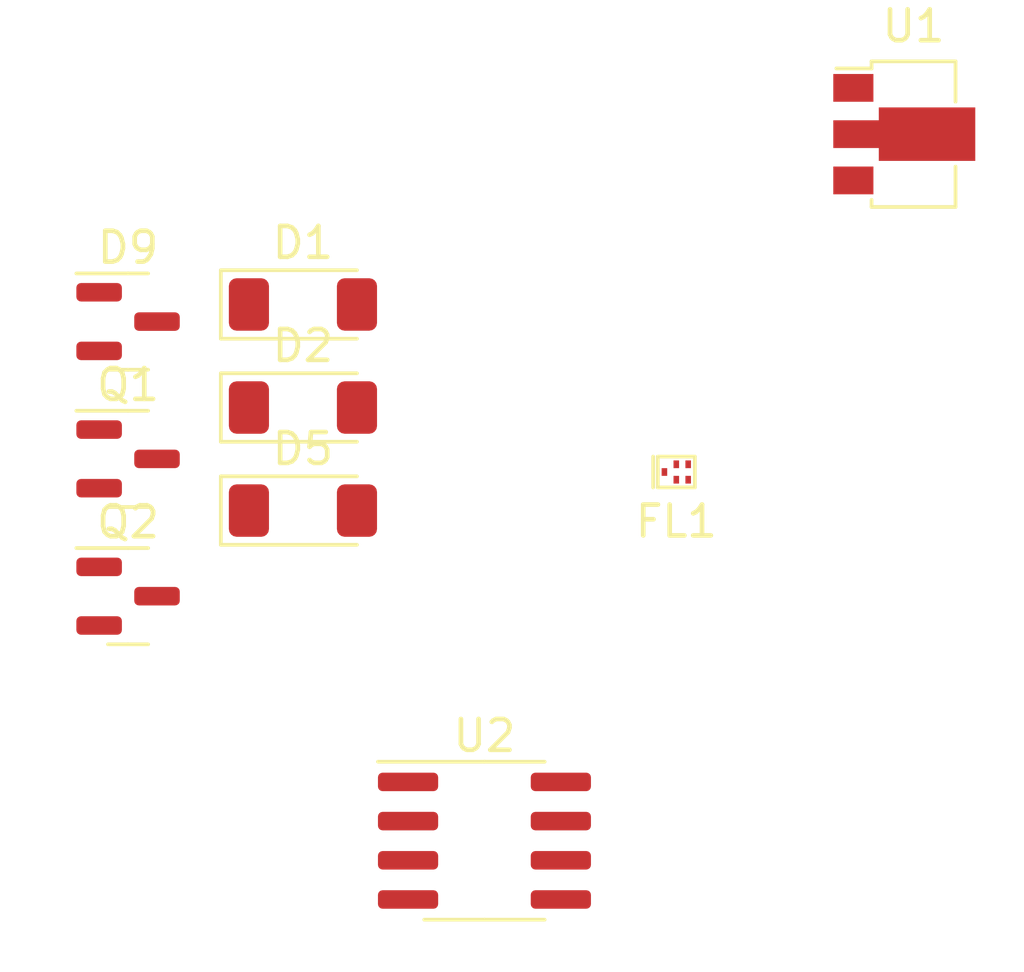
<source format=kicad_pcb>
(kicad_pcb (version 20221018) (generator pcbnew)
  (layers (0 "F.Cu" signal) (31 "B.Cu" signal) (34 "B.Paste" user) (35 "F.Paste" user) (36 "B.SilkS" user "B.Silkscreen") (37 "F.SilkS" user "F.Silkscreen") (38 "B.Mask" user) (39 "F.Mask" user) (44 "Edge.Cuts" user))
  (net 0 "")
  (net 1 "Net-(D1-K)")
  (net 2 "+12V")
  (net 3 "Net-(D2-A)")
  (net 4 "Net-(D5-K)")
  (net 5 "GND")
  (net 6 "Net-(C10-Pad2)")
  (net 7 "Net-(Q1-B)")
  (net 8 "Net-(Q1-C)")
  (net 9 "Net-(D6-K)")
  (net 10 "Net-(C8-Pad1)")
  (net 11 "Net-(C4-Pad2)")
  (net 12 "Net-(U2-OUT)")
  (footprint "Package_TO_SOT_SMD:SOT-23" (layer "F.Cu") (at 129.355 90.675)
    (fp_text reference "Q2" (at 0 -2.4) (layer "F.SilkS"))
    (fp_text value "IRLML2060")
    (fp_line (start 0 -1.56) (end -1.675 -1.56) (stroke (width 0.12)) (layer "F.SilkS"))
    (fp_line (start 0 -1.56) (end 0.65 -1.56) (stroke (width 0.12)) (layer "F.SilkS"))
    (fp_line (start 0 1.56) (end -0.65 1.56) (stroke (width 0.12)) (layer "F.SilkS"))
    (fp_line (start 0 1.56) (end 0.65 1.56) (stroke (width 0.12)) (layer "F.SilkS"))
    (pad "1" smd roundrect (at -0.9375 -0.95) (size 1.475 0.6) (layers "F.Cu" "F.Paste" "F.Mask") (net 9 "Net-(D6-K)"))
    (pad "2" smd roundrect (at -0.9375 0.95) (size 1.475 0.6) (layers "F.Cu" "F.Paste" "F.Mask") (net 5 "GND"))
    (pad "3" smd roundrect (at 0.9375 0) (size 1.475 0.6) (layers "F.Cu" "F.Paste" "F.Mask") (net 7 "Net-(Q1-B)"))
  )
  (footprint "Filter:Filter_1109-5_1.1x0.9mm" (layer "F.Cu") (at 147.115 86.65)
    (fp_text reference "FL1" (at 0 1.6) (layer "F.SilkS"))
    (fp_text value "B39871B3734H110")
    (fp_line (start -0.75 -0.5) (end -0.75 0.5) (stroke (width 0.12)) (layer "F.SilkS"))
    (fp_line (start -0.6 -0.5) (end -0.6 0.5) (stroke (width 0.12)) (layer "F.SilkS"))
    (fp_line (start -0.6 0.5) (end 0.6 0.5) (stroke (width 0.12)) (layer "F.SilkS"))
    (fp_line (start 0.6 -0.5) (end -0.6 -0.5) (stroke (width 0.12)) (layer "F.SilkS"))
    (fp_line (start 0.6 0.5) (end 0.6 -0.5) (stroke (width 0.12)) (layer "F.SilkS"))
    (pad "1" smd rect (at -0.385 0 90) (size 0.25 0.18) (layers "F.Cu" "F.Paste" "F.Mask") (net 6 "Net-(C10-Pad2)"))
    (pad "2" smd rect (at 0 0.25 90) (size 0.25 0.18) (layers "F.Cu" "F.Paste" "F.Mask") (net 5 "GND"))
    (pad "3" smd rect (at 0.385 0.25 90) (size 0.25 0.18) (layers "F.Cu" "F.Paste" "F.Mask") (net 5 "GND"))
    (pad "4" smd rect (at 0.385 -0.25 90) (size 0.25 0.18) (layers "F.Cu" "F.Paste" "F.Mask") (net 5 "GND"))
    (pad "5" smd rect (at 0 -0.25 90) (size 0.25 0.18) (layers "F.Cu" "F.Paste" "F.Mask") (net 5 "GND"))
  )
  (footprint "Diode_SMD:D_MiniMELF" (layer "F.Cu") (at 135.02 81.22)
    (fp_text reference "D1" (at 0 -2) (layer "F.SilkS"))
    (fp_text value "LL4148")
    (fp_line (start -2.66 -1.11) (end -2.66 1.11) (stroke (width 0.12)) (layer "F.SilkS"))
    (fp_line (start -2.66 1.11) (end 1.75 1.11) (stroke (width 0.12)) (layer "F.SilkS"))
    (fp_line (start 1.75 -1.11) (end -2.66 -1.11) (stroke (width 0.12)) (layer "F.SilkS"))
    (pad "1" smd roundrect (at -1.75 0) (size 1.3 1.7) (layers "F.Cu" "F.Paste" "F.Mask") (roundrect_rratio 0.1923076923) (net 1 "Net-(D1-K)"))
    (pad "2" smd roundrect (at 1.75 0) (size 1.3 1.7) (layers "F.Cu" "F.Paste" "F.Mask") (roundrect_rratio 0.1923076923) (net 2 "+12V"))
  )
  (footprint "Package_TO_SOT_SMD:SOT-23" (layer "F.Cu") (at 129.355 81.775)
    (fp_text reference "D9" (at 0 -2.4) (layer "F.SilkS"))
    (fp_text value "BAV99")
    (fp_line (start 0 -1.56) (end -1.675 -1.56) (stroke (width 0.12)) (layer "F.SilkS"))
    (fp_line (start 0 -1.56) (end 0.65 -1.56) (stroke (width 0.12)) (layer "F.SilkS"))
    (fp_line (start 0 1.56) (end -0.65 1.56) (stroke (width 0.12)) (layer "F.SilkS"))
    (fp_line (start 0 1.56) (end 0.65 1.56) (stroke (width 0.12)) (layer "F.SilkS"))
    (pad "1" smd roundrect (at -0.9375 -0.95) (size 1.475 0.6) (layers "F.Cu" "F.Paste" "F.Mask") (net 5 "GND"))
    (pad "2" smd roundrect (at -0.9375 0.95) (size 1.475 0.6) (layers "F.Cu" "F.Paste" "F.Mask") (net 5 "GND"))
    (pad "3" smd roundrect (at 0.9375 0) (size 1.475 0.6) (layers "F.Cu" "F.Paste" "F.Mask") (net 6 "Net-(C10-Pad2)"))
  )
  (footprint "Package_TO_SOT_SMD:SOT-23" (layer "F.Cu") (at 129.355 86.225)
    (fp_text reference "Q1" (at 0 -2.4) (layer "F.SilkS"))
    (fp_text value "BC817")
    (fp_line (start 0 -1.56) (end -1.675 -1.56) (stroke (width 0.12)) (layer "F.SilkS"))
    (fp_line (start 0 -1.56) (end 0.65 -1.56) (stroke (width 0.12)) (layer "F.SilkS"))
    (fp_line (start 0 1.56) (end -0.65 1.56) (stroke (width 0.12)) (layer "F.SilkS"))
    (fp_line (start 0 1.56) (end 0.65 1.56) (stroke (width 0.12)) (layer "F.SilkS"))
    (pad "1" smd roundrect (at -0.9375 -0.95) (size 1.475 0.6) (layers "F.Cu" "F.Paste" "F.Mask") (net 7 "Net-(Q1-B)"))
    (pad "2" smd roundrect (at -0.9375 0.95) (size 1.475 0.6) (layers "F.Cu" "F.Paste" "F.Mask") (net 4 "Net-(D5-K)"))
    (pad "3" smd roundrect (at 0.9375 0) (size 1.475 0.6) (layers "F.Cu" "F.Paste" "F.Mask") (net 8 "Net-(Q1-C)"))
  )
  (footprint "Package_SO:SOIC-8_3.9x4.9mm_P1.27mm" (layer "F.Cu") (at 140.9 98.6)
    (fp_text reference "U2" (at 0 -3.4) (layer "F.SilkS"))
    (fp_text value "LM78L05_SO8")
    (fp_line (start 0 -2.56) (end -3.45 -2.56) (stroke (width 0.12)) (layer "F.SilkS"))
    (fp_line (start 0 -2.56) (end 1.95 -2.56) (stroke (width 0.12)) (layer "F.SilkS"))
    (fp_line (start 0 2.56) (end -1.95 2.56) (stroke (width 0.12)) (layer "F.SilkS"))
    (fp_line (start 0 2.56) (end 1.95 2.56) (stroke (width 0.12)) (layer "F.SilkS"))
    (pad "1" smd roundrect (at -2.475 -1.905) (size 1.95 0.6) (layers "F.Cu" "F.Paste" "F.Mask") (net 12 "Net-(U2-OUT)"))
    (pad "2" smd roundrect (at -2.475 -0.635) (size 1.95 0.6) (layers "F.Cu" "F.Paste" "F.Mask") (net 5 "GND"))
    (pad "3" smd roundrect (at -2.475 0.635) (size 1.95 0.6) (layers "F.Cu" "F.Paste" "F.Mask") (net 5 "GND"))
    (pad "4" smd roundrect (at -2.475 1.905) (size 1.95 0.6) (layers "F.Cu" "F.Paste" "F.Mask"))
    (pad "5" smd roundrect (at 2.475 1.905) (size 1.95 0.6) (layers "F.Cu" "F.Paste" "F.Mask"))
    (pad "6" smd roundrect (at 2.475 0.635) (size 1.95 0.6) (layers "F.Cu" "F.Paste" "F.Mask") (net 5 "GND"))
    (pad "7" smd roundrect (at 2.475 -0.635) (size 1.95 0.6) (layers "F.Cu" "F.Paste" "F.Mask") (net 5 "GND"))
    (pad "8" smd roundrect (at 2.475 -1.905) (size 1.95 0.6) (layers "F.Cu" "F.Paste" "F.Mask") (net 1 "Net-(D1-K)"))
  )
  (footprint "Diode_SMD:D_MiniMELF" (layer "F.Cu") (at 135.02 87.9)
    (fp_text reference "D5" (at 0 -2) (layer "F.SilkS"))
    (fp_text value "LL4148")
    (fp_line (start -2.66 -1.11) (end -2.66 1.11) (stroke (width 0.12)) (layer "F.SilkS"))
    (fp_line (start -2.66 1.11) (end 1.75 1.11) (stroke (width 0.12)) (layer "F.SilkS"))
    (fp_line (start 1.75 -1.11) (end -2.66 -1.11) (stroke (width 0.12)) (layer "F.SilkS"))
    (pad "1" smd roundrect (at -1.75 0) (size 1.3 1.7) (layers "F.Cu" "F.Paste" "F.Mask") (roundrect_rratio 0.1923076923) (net 4 "Net-(D5-K)"))
    (pad "2" smd roundrect (at 1.75 0) (size 1.3 1.7) (layers "F.Cu" "F.Paste" "F.Mask") (roundrect_rratio 0.1923076923) (net 5 "GND"))
  )
  (footprint "Diode_SMD:D_MiniMELF" (layer "F.Cu") (at 135.02 84.56)
    (fp_text reference "D2" (at 0 -2) (layer "F.SilkS"))
    (fp_text value "LL4148")
    (fp_line (start -2.66 -1.11) (end -2.66 1.11) (stroke (width 0.12)) (layer "F.SilkS"))
    (fp_line (start -2.66 1.11) (end 1.75 1.11) (stroke (width 0.12)) (layer "F.SilkS"))
    (fp_line (start 1.75 -1.11) (end -2.66 -1.11) (stroke (width 0.12)) (layer "F.SilkS"))
    (pad "1" smd roundrect (at -1.75 0) (size 1.3 1.7) (layers "F.Cu" "F.Paste" "F.Mask") (roundrect_rratio 0.1923076923) (net 1 "Net-(D1-K)"))
    (pad "2" smd roundrect (at 1.75 0) (size 1.3 1.7) (layers "F.Cu" "F.Paste" "F.Mask") (roundrect_rratio 0.1923076923) (net 3 "Net-(D2-A)"))
  )
  (footprint "Package_TO_SOT_SMD:SOT-89-3" (layer "F.Cu") (at 154.8 75.7)
    (fp_text reference "U1" (at 0 -3.5) (layer "F.SilkS"))
    (fp_text value "PGA-105")
    (fp_line (start -2.5 -2.13) (end -1.36 -2.13) (stroke (width 0.12)) (layer "F.SilkS"))
    (fp_line (start -1.36 -2.36) (end -1.36 -2.13) (stroke (width 0.12)) (layer "F.SilkS"))
    (fp_line (start -1.36 -2.36) (end 1.36 -2.36) (stroke (width 0.12)) (layer "F.SilkS"))
    (fp_line (start -1.36 2.36) (end -1.36 2.13) (stroke (width 0.12)) (layer "F.SilkS"))
    (fp_line (start 1.36 -2.36) (end 1.36 -1.05) (stroke (width 0.12)) (layer "F.SilkS"))
    (fp_line (start 1.36 1.05) (end 1.36 2.36) (stroke (width 0.12)) (layer "F.SilkS"))
    (fp_line (start 1.36 2.36) (end -1.36 2.36) (stroke (width 0.12)) (layer "F.SilkS"))
    (pad "1" smd rect (at -1.95 -1.5) (size 1.3 0.9) (layers "F.Cu" "F.Paste" "F.Mask") (net 10 "Net-(C8-Pad1)"))
    (pad "2" smd custom (at -1.8625 0) (size 1.475 0.9) (layers "F.Cu" "F.Paste" "F.Mask") (net 5 "GND") (options (clearance outline) (anchor rect)) (primitives (gr_poly (pts (xy 3.8625 0.8665) (xy 0.7375 0.8665) (xy 0.7375 -0.8665) (xy 3.8625 -0.8665)) (width 0) (fill yes))))
    (pad "3" smd rect (at -1.95 1.5) (size 1.3 0.9) (layers "F.Cu" "F.Paste" "F.Mask") (net 11 "Net-(C4-Pad2)"))
  )
)
</source>
